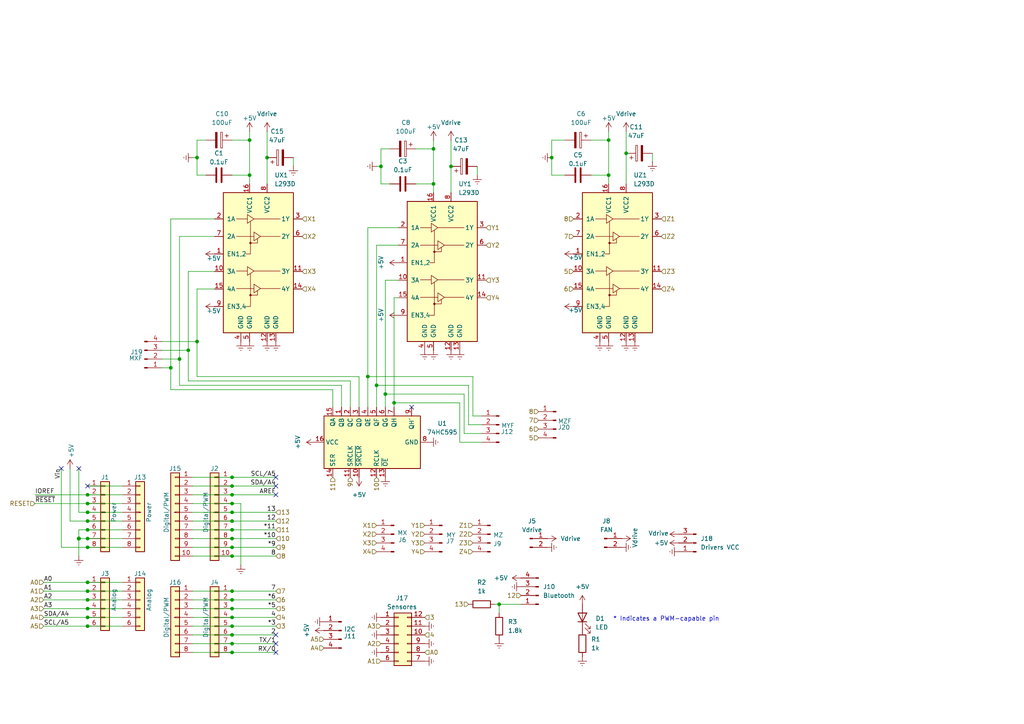
<source format=kicad_sch>
(kicad_sch (version 20250114) (generator "eeschema") (generator_version "9.0")
  (paper "A4")
  (title_block (date "mar. 31 mars 2015"))
  (lib_symbols
    (symbol "74xx:74HC595"
      (property "Reference" "U" (at -7.62 13.97 0))
      (property "Value" "74HC595" (at -7.62 -16.51 0))
      (symbol "74HC595_1_0"
        (pin input line (at -10.16 10.16 0) (length 2.54) (name "SER") (number "14"))
        (pin input line (at -10.16 5.08 0) (length 2.54) (name "SRCLK") (number "11"))
        (pin input line (at -10.16 2.54 0) (length 2.54) (name "~{SRCLR}") (number "10"))
        (pin input line (at -10.16 -2.54 0) (length 2.54) (name "RCLK") (number "12"))
        (pin input line (at -10.16 -5.08 0) (length 2.54) (name "~{OE}") (number "13"))
        (pin power_in line (at 0 15.24 270) (length 2.54) (name "VCC") (number "16"))
        (pin power_in line (at 0 -17.78 90) (length 2.54) (name "GND") (number "8"))
        (pin tri_state line (at 10.16 10.16 180) (length 2.54) (name "QA") (number "15"))
        (pin tri_state line (at 10.16 7.62 180) (length 2.54) (name "QB") (number "1"))
        (pin tri_state line (at 10.16 5.08 180) (length 2.54) (name "QC") (number "2"))
        (pin tri_state line (at 10.16 2.54 180) (length 2.54) (name "QD") (number "3"))
        (pin tri_state line (at 10.16 0 180) (length 2.54) (name "QE") (number "4"))
        (pin tri_state line (at 10.16 -2.54 180) (length 2.54) (name "QF") (number "5"))
        (pin tri_state line (at 10.16 -5.08 180) (length 2.54) (name "QG") (number "6"))
        (pin tri_state line (at 10.16 -7.62 180) (length 2.54) (name "QH") (number "7"))
        (pin output line (at 10.16 -12.7 180) (length 2.54) (name "QH'") (number "9"))
      )
    )
    (symbol "Connector:Conn_01x02_Pin" (pin_names (offset 1.016) (hide yes))
      (property "Reference" "J" (at 0 2.54 0))
      (property "Value" "Conn_01x02_Pin" (at 0 -5.08 0))
      (symbol "Conn_01x02_Pin_1_1"
        (pin passive line (at 5.08 0 180) (length 3.81) (name "Pin_1") (number "1"))
        (pin passive line (at 5.08 -2.54 180) (length 3.81) (name "Pin_2") (number "2"))
      )
    )
    (symbol "Connector:Conn_01x03_Pin" (pin_names (offset 1.016) (hide yes))
      (property "Reference" "J" (at 0 5.08 0))
      (property "Value" "Conn_01x03_Pin" (at 0 -5.08 0))
      (symbol "Conn_01x03_Pin_1_1"
        (pin passive line (at 5.08 2.54 180) (length 3.81) (name "Pin_1") (number "1"))
        (pin passive line (at 5.08 0 180) (length 3.81) (name "Pin_2") (number "2"))
        (pin passive line (at 5.08 -2.54 180) (length 3.81) (name "Pin_3") (number "3"))
      )
    )
    (symbol "Connector:Conn_01x04_Pin" (pin_names (offset 1.016) (hide yes))
      (property "Reference" "J" (at 0 5.08 0))
      (property "Value" "Conn_01x04_Pin" (at 0 -7.62 0))
      (symbol "Conn_01x04_Pin_1_1"
        (pin passive line (at 5.08 2.54 180) (length 3.81) (name "Pin_1") (number "1"))
        (pin passive line (at 5.08 0 180) (length 3.81) (name "Pin_2") (number "2"))
        (pin passive line (at 5.08 -2.54 180) (length 3.81) (name "Pin_3") (number "3"))
        (pin passive line (at 5.08 -5.08 180) (length 3.81) (name "Pin_4") (number "4"))
      )
    )
    (symbol "Connector_Generic:Conn_01x06" (pin_names (offset 1.016) (hide yes))
      (property "Reference" "J" (at 0 7.62 0))
      (property "Value" "Conn_01x06" (at 0 -10.16 0))
      (symbol "Conn_01x06_1_1"
        (pin passive line (at -5.08 5.08 0) (length 3.81) (name "Pin_1") (number "1"))
        (pin passive line (at -5.08 2.54 0) (length 3.81) (name "Pin_2") (number "2"))
        (pin passive line (at -5.08 0 0) (length 3.81) (name "Pin_3") (number "3"))
        (pin passive line (at -5.08 -2.54 0) (length 3.81) (name "Pin_4") (number "4"))
        (pin passive line (at -5.08 -5.08 0) (length 3.81) (name "Pin_5") (number "5"))
        (pin passive line (at -5.08 -7.62 0) (length 3.81) (name "Pin_6") (number "6"))
      )
    )
    (symbol "Connector_Generic:Conn_01x08" (pin_names (offset 1.016) (hide yes))
      (property "Reference" "J" (at 0 10.16 0))
      (property "Value" "Conn_01x08" (at 0 -12.7 0))
      (symbol "Conn_01x08_1_1"
        (pin passive line (at -5.08 7.62 0) (length 3.81) (name "Pin_1") (number "1"))
        (pin passive line (at -5.08 5.08 0) (length 3.81) (name "Pin_2") (number "2"))
        (pin passive line (at -5.08 2.54 0) (length 3.81) (name "Pin_3") (number "3"))
        (pin passive line (at -5.08 0 0) (length 3.81) (name "Pin_4") (number "4"))
        (pin passive line (at -5.08 -2.54 0) (length 3.81) (name "Pin_5") (number "5"))
        (pin passive line (at -5.08 -5.08 0) (length 3.81) (name "Pin_6") (number "6"))
        (pin passive line (at -5.08 -7.62 0) (length 3.81) (name "Pin_7") (number "7"))
        (pin passive line (at -5.08 -10.16 0) (length 3.81) (name "Pin_8") (number "8"))
      )
    )
    (symbol "Connector_Generic:Conn_01x10" (pin_names (offset 1.016) (hide yes))
      (property "Reference" "J" (at 0 12.7 0))
      (property "Value" "Conn_01x10" (at 0 -15.24 0))
      (symbol "Conn_01x10_1_1"
        (pin passive line (at -5.08 10.16 0) (length 3.81) (name "Pin_1") (number "1"))
        (pin passive line (at -5.08 7.62 0) (length 3.81) (name "Pin_2") (number "2"))
        (pin passive line (at -5.08 5.08 0) (length 3.81) (name "Pin_3") (number "3"))
        (pin passive line (at -5.08 2.54 0) (length 3.81) (name "Pin_4") (number "4"))
        (pin passive line (at -5.08 0 0) (length 3.81) (name "Pin_5") (number "5"))
        (pin passive line (at -5.08 -2.54 0) (length 3.81) (name "Pin_6") (number "6"))
        (pin passive line (at -5.08 -5.08 0) (length 3.81) (name "Pin_7") (number "7"))
        (pin passive line (at -5.08 -7.62 0) (length 3.81) (name "Pin_8") (number "8"))
        (pin passive line (at -5.08 -10.16 0) (length 3.81) (name "Pin_9") (number "9"))
        (pin passive line (at -5.08 -12.7 0) (length 3.81) (name "Pin_10") (number "10"))
      )
    )
    (symbol "Connector_Generic:Conn_02x06_Counter_Clockwise" (pin_names (offset 1.016) (hide yes))
      (property "Reference" "J" (at 1.27 7.62 0))
      (property "Value" "Conn_02x06_Counter_Clockwise" (at 1.27 -10.16 0))
      (symbol "Conn_02x06_Counter_Clockwise_1_1"
        (pin passive line (at -5.08 5.08 0) (length 3.81) (name "Pin_1") (number "1"))
        (pin passive line (at -5.08 2.54 0) (length 3.81) (name "Pin_2") (number "2"))
        (pin passive line (at -5.08 0 0) (length 3.81) (name "Pin_3") (number "3"))
        (pin passive line (at -5.08 -2.54 0) (length 3.81) (name "Pin_4") (number "4"))
        (pin passive line (at -5.08 -5.08 0) (length 3.81) (name "Pin_5") (number "5"))
        (pin passive line (at -5.08 -7.62 0) (length 3.81) (name "Pin_6") (number "6"))
        (pin passive line (at 7.62 5.08 180) (length 3.81) (name "Pin_12") (number "12"))
        (pin passive line (at 7.62 2.54 180) (length 3.81) (name "Pin_11") (number "11"))
        (pin passive line (at 7.62 0 180) (length 3.81) (name "Pin_10") (number "10"))
        (pin passive line (at 7.62 -2.54 180) (length 3.81) (name "Pin_9") (number "9"))
        (pin passive line (at 7.62 -5.08 180) (length 3.81) (name "Pin_8") (number "8"))
        (pin passive line (at 7.62 -7.62 180) (length 3.81) (name "Pin_7") (number "7"))
      )
    )
    (symbol "Device:C" (pin_numbers (hide yes)) (pin_names (offset 0.254))
      (property "Reference" "C" (at 0.635 2.54 0))
      (property "Value" "C" (at 0.635 -2.54 0))
      (symbol "C_1_1"
        (pin passive line (at 0 3.81 270) (length 2.794) (name "~") (number "1"))
        (pin passive line (at 0 -3.81 90) (length 2.794) (name "~") (number "2"))
      )
    )
    (symbol "Device:C_Polarized" (pin_numbers (hide yes)) (pin_names (offset 0.254))
      (property "Reference" "C" (at 0.635 2.54 0))
      (property "Value" "C_Polarized" (at 0.635 -2.54 0))
      (symbol "C_Polarized_1_1"
        (pin passive line (at 0 3.81 270) (length 2.794) (name "~") (number "1"))
        (pin passive line (at 0 -3.81 90) (length 2.794) (name "~") (number "2"))
      )
    )
    (symbol "Device:LED" (pin_numbers (hide yes)) (pin_names (offset 1.016) (hide yes))
      (property "Reference" "D" (at 0 2.54 0))
      (property "Value" "LED" (at 0 -2.54 0))
      (symbol "LED_1_1"
        (pin passive line (at -3.81 0 0) (length 2.54) (name "K") (number "1"))
        (pin passive line (at 3.81 0 180) (length 2.54) (name "A") (number "2"))
      )
    )
    (symbol "Device:R" (pin_numbers (hide yes)) (pin_names (offset 0))
      (property "Reference" "R" (at 2.032 0 90))
      (property "Value" "R" (at 0 0 90))
      (symbol "R_1_1"
        (pin passive line (at 0 3.81 270) (length 1.27) (name "~") (number "1"))
        (pin passive line (at 0 -3.81 90) (length 1.27) (name "~") (number "2"))
      )
    )
    (symbol "Driver_Motor:L293D" (pin_names (offset 1.016))
      (property "Reference" "U" (at -5.08 26.035 0))
      (property "Value" "L293D" (at -5.08 24.13 0))
      (symbol "L293D_1_1"
        (pin input line (at -12.7 15.24 0) (length 2.54) (name "1A") (number "2"))
        (pin input line (at -12.7 10.16 0) (length 2.54) (name "2A") (number "7"))
        (pin input line (at -12.7 5.08 0) (length 2.54) (name "EN1,2") (number "1"))
        (pin input line (at -12.7 0 0) (length 2.54) (name "3A") (number "10"))
        (pin input line (at -12.7 -5.08 0) (length 2.54) (name "4A") (number "15"))
        (pin input line (at -12.7 -10.16 0) (length 2.54) (name "EN3,4") (number "9"))
        (pin power_in line (at -5.08 -20.32 90) (length 2.54) (name "GND") (number "4"))
        (pin power_in line (at -2.54 25.4 270) (length 2.54) (name "VCC1") (number "16"))
        (pin power_in line (at -2.54 -20.32 90) (length 2.54) (name "GND") (number "5"))
        (pin power_in line (at 2.54 25.4 270) (length 2.54) (name "VCC2") (number "8"))
        (pin power_in line (at 2.54 -20.32 90) (length 2.54) (name "GND") (number "12"))
        (pin power_in line (at 5.08 -20.32 90) (length 2.54) (name "GND") (number "13"))
        (pin output line (at 12.7 15.24 180) (length 2.54) (name "1Y") (number "3"))
        (pin output line (at 12.7 10.16 180) (length 2.54) (name "2Y") (number "6"))
        (pin output line (at 12.7 0 180) (length 2.54) (name "3Y") (number "11"))
        (pin output line (at 12.7 -5.08 180) (length 2.54) (name "4Y") (number "14"))
      )
    )
    (symbol "power:+5V" (power) (pin_numbers (hide yes)) (pin_names (offset 0) (hide yes))
      (property "Value" "+5V" (at 0 3.556 0))
      (symbol "+5V_1_1"
        (pin power_in line (at 0 0 90) (length 0) (name "~") (number "1"))
      )
    )
    (symbol "power:Earth" (power) (pin_numbers (hide yes)) (pin_names (offset 0) (hide yes))
      (property "Value" "Earth" (at 0 -3.81 0))
      (symbol "Earth_1_1"
        (pin power_in line (at 0 0 270) (length 0) (name "~") (number "1"))
      )
    )
    (symbol "power:Vdrive" (power) (pin_numbers (hide yes)) (pin_names (offset 0) (hide yes))
      (property "Value" "Vdrive" (at 0 3.556 0))
      (symbol "Vdrive_1_1"
        (pin power_in line (at 0 0 90) (length 0) (name "~") (number "1"))
      )
    )
  )
  (text "* Indicates a PWM-capable pin" (at 177.8 180.34 0) (effects (font (size 1.27 1.27)) (justify left bottom)))
  (junction (at 67.31 146.05))
  (junction (at 125.73 53.34))
  (junction (at 25.4 148.59))
  (junction (at 67.31 156.21))
  (junction (at 25.4 156.21))
  (junction (at 25.4 176.53))
  (junction (at 67.31 171.45))
  (junction (at 72.39 40.64))
  (junction (at 160.02 45.72))
  (junction (at 67.31 153.67))
  (junction (at 25.4 143.51))
  (junction (at 57.15 99.06))
  (junction (at 25.4 179.07))
  (junction (at 67.31 176.53))
  (junction (at 181.61 44.45))
  (junction (at 25.4 168.91))
  (junction (at 22.86 156.21) (diameter 1.016))
  (junction (at 25.4 158.75))
  (junction (at 67.31 189.23))
  (junction (at 130.81 48.26))
  (junction (at 25.4 151.13))
  (junction (at 67.31 186.69))
  (junction (at 67.31 158.75))
  (junction (at 67.31 148.59))
  (junction (at 67.31 181.61))
  (junction (at 25.4 171.45))
  (junction (at 106.68 109.22))
  (junction (at 67.31 179.07))
  (junction (at 25.4 181.61))
  (junction (at 72.39 50.8))
  (junction (at 144.78 175.26))
  (junction (at 176.53 40.64))
  (junction (at 67.31 151.13))
  (junction (at 176.53 50.8))
  (junction (at 67.31 140.97))
  (junction (at 49.53 106.68))
  (junction (at 111.76 114.3))
  (junction (at 110.49 48.26))
  (junction (at 125.73 43.18))
  (junction (at 25.4 173.99))
  (junction (at 67.31 143.51))
  (junction (at 109.22 111.76))
  (junction (at 57.15 45.72))
  (junction (at 77.47 45.72))
  (junction (at 114.3 116.84))
  (junction (at 67.31 138.43))
  (junction (at 25.4 146.05))
  (junction (at 52.07 104.14))
  (junction (at 54.61 101.6))
  (junction (at 67.31 184.15))
  (junction (at 67.31 161.29))
  (junction (at 25.4 153.67))
  (junction (at 67.31 173.99))
  (no_connect (at 17.78 135.89))
  (no_connect (at 80.01 138.43))
  (no_connect (at 80.01 189.23))
  (no_connect (at 80.01 186.69))
  (no_connect (at 80.01 143.51))
  (no_connect (at 80.01 184.15))
  (no_connect (at 80.01 140.97))
  (no_connect (at 119.38 118.11))
  (no_connect (at 22.86 135.89))
  (no_connect (at 25.4 140.97))
  (wire (pts (xy 25.4 153.67) (xy 35.56 153.67)))
  (wire (pts (xy 67.31 189.23) (xy 80.01 189.23)))
  (wire (pts (xy 109.22 111.76) (xy 135.89 111.76)))
  (wire (pts (xy 57.15 99.06) (xy 57.15 83.82)))
  (wire (pts (xy 67.31 156.21) (xy 80.01 156.21)))
  (wire (pts (xy 114.3 116.84) (xy 114.3 86.36)))
  (wire (pts (xy 181.61 38.1) (xy 181.61 44.45)))
  (wire (pts (xy 55.88 158.75) (xy 67.31 158.75)))
  (wire (pts (xy 133.35 128.27) (xy 133.35 116.84)))
  (wire (pts (xy 125.73 53.34) (xy 120.65 53.34)))
  (wire (pts (xy 67.31 138.43) (xy 80.01 138.43)))
  (wire (pts (xy 72.39 50.8) (xy 72.39 53.34)))
  (wire (pts (xy 54.61 110.49) (xy 101.6 110.49)))
  (wire (pts (xy 110.49 48.26) (xy 110.49 53.34)))
  (wire (pts (xy 111.76 114.3) (xy 111.76 81.28)))
  (wire (pts (xy 54.61 78.74) (xy 62.23 78.74)))
  (wire (pts (xy 25.4 181.61) (xy 35.56 181.61)))
  (wire (pts (xy 72.39 40.64) (xy 72.39 50.8)))
  (wire (pts (xy 22.86 153.67) (xy 22.86 156.21)))
  (wire (pts (xy 57.15 83.82) (xy 62.23 83.82)))
  (wire (pts (xy 25.4 151.13) (xy 35.56 151.13)))
  (wire (pts (xy 25.4 171.45) (xy 35.56 171.45)))
  (wire (pts (xy 12.7 181.61) (xy 25.4 181.61)))
  (wire (pts (xy 25.4 173.99) (xy 35.56 173.99)))
  (wire (pts (xy 77.47 45.72) (xy 77.47 53.34)))
  (wire (pts (xy 55.88 184.15) (xy 67.31 184.15)))
  (wire (pts (xy 67.31 40.64) (xy 72.39 40.64)))
  (wire (pts (xy 137.16 109.22) (xy 106.68 109.22)))
  (wire (pts (xy 99.06 118.11) (xy 99.06 111.76)))
  (wire (pts (xy 22.86 156.21) (xy 22.86 161.29)))
  (wire (pts (xy 176.53 50.8) (xy 171.45 50.8)))
  (wire (pts (xy 22.86 148.59) (xy 25.4 148.59)))
  (wire (pts (xy 101.6 118.11) (xy 101.6 110.49)))
  (wire (pts (xy 20.32 151.13) (xy 25.4 151.13)))
  (wire (pts (xy 137.16 120.65) (xy 137.16 109.22)))
  (wire (pts (xy 160.02 40.64) (xy 160.02 45.72)))
  (wire (pts (xy 20.32 135.89) (xy 20.32 151.13)))
  (wire (pts (xy 163.83 40.64) (xy 160.02 40.64)))
  (wire (pts (xy 52.07 104.14) (xy 52.07 68.58)))
  (wire (pts (xy 49.53 63.5) (xy 62.23 63.5)))
  (wire (pts (xy 67.31 148.59) (xy 80.01 148.59)))
  (wire (pts (xy 176.53 38.1) (xy 176.53 40.64)))
  (wire (pts (xy 49.53 113.03) (xy 96.52 113.03)))
  (wire (pts (xy 55.88 181.61) (xy 67.31 181.61)))
  (wire (pts (xy 22.86 135.89) (xy 22.86 148.59)))
  (wire (pts (xy 67.31 171.45) (xy 80.01 171.45)))
  (wire (pts (xy 77.47 38.1) (xy 77.47 45.72)))
  (wire (pts (xy 25.4 168.91) (xy 12.7 168.91)))
  (wire (pts (xy 25.4 158.75) (xy 35.56 158.75)))
  (wire (pts (xy 67.31 151.13) (xy 80.01 151.13)))
  (wire (pts (xy 67.31 173.99) (xy 80.01 173.99)))
  (wire (pts (xy 25.4 179.07) (xy 35.56 179.07)))
  (wire (pts (xy 55.88 156.21) (xy 67.31 156.21)))
  (wire (pts (xy 114.3 86.36) (xy 115.57 86.36)))
  (wire (pts (xy 25.4 148.59) (xy 35.56 148.59)))
  (wire (pts (xy 46.99 104.14) (xy 52.07 104.14)))
  (wire (pts (xy 54.61 101.6) (xy 54.61 78.74)))
  (wire (pts (xy 139.7 128.27) (xy 133.35 128.27)))
  (wire (pts (xy 139.7 125.73) (xy 134.62 125.73)))
  (wire (pts (xy 57.15 50.8) (xy 59.69 50.8)))
  (wire (pts (xy 55.88 143.51) (xy 67.31 143.51)))
  (wire (pts (xy 55.88 189.23) (xy 67.31 189.23)))
  (wire (pts (xy 67.31 158.75) (xy 80.01 158.75)))
  (wire (pts (xy 52.07 111.76) (xy 99.06 111.76)))
  (wire (pts (xy 139.7 123.19) (xy 135.89 123.19)))
  (wire (pts (xy 134.62 125.73) (xy 134.62 114.3)))
  (wire (pts (xy 111.76 118.11) (xy 111.76 114.3)))
  (wire (pts (xy 176.53 40.64) (xy 176.53 50.8)))
  (wire (pts (xy 67.31 179.07) (xy 80.01 179.07)))
  (wire (pts (xy 104.14 118.11) (xy 104.14 109.22)))
  (wire (pts (xy 25.4 146.05) (xy 35.56 146.05)))
  (wire (pts (xy 54.61 110.49) (xy 54.61 101.6)))
  (wire (pts (xy 49.53 106.68) (xy 49.53 63.5)))
  (wire (pts (xy 25.4 168.91) (xy 35.56 168.91)))
  (wire (pts (xy 125.73 40.64) (xy 125.73 43.18)))
  (wire (pts (xy 10.16 143.51) (xy 25.4 143.51)))
  (wire (pts (xy 96.52 113.03) (xy 96.52 118.11)))
  (wire (pts (xy 46.99 101.6) (xy 54.61 101.6)))
  (wire (pts (xy 52.07 111.76) (xy 52.07 104.14)))
  (wire (pts (xy 55.88 179.07) (xy 67.31 179.07)))
  (wire (pts (xy 171.45 40.64) (xy 176.53 40.64)))
  (wire (pts (xy 160.02 50.8) (xy 163.83 50.8)))
  (wire (pts (xy 69.85 146.05) (xy 69.85 163.83)))
  (wire (pts (xy 67.31 143.51) (xy 80.01 143.51)))
  (wire (pts (xy 57.15 45.72) (xy 57.15 50.8)))
  (wire (pts (xy 144.78 175.26) (xy 144.78 177.8)))
  (wire (pts (xy 114.3 118.11) (xy 114.3 116.84)))
  (wire (pts (xy 55.88 173.99) (xy 67.31 173.99)))
  (wire (pts (xy 144.78 175.26) (xy 151.13 175.26)))
  (wire (pts (xy 110.49 43.18) (xy 110.49 48.26)))
  (wire (pts (xy 25.4 173.99) (xy 12.7 173.99)))
  (wire (pts (xy 130.81 40.64) (xy 130.81 48.26)))
  (wire (pts (xy 10.16 146.05) (xy 25.4 146.05)))
  (wire (pts (xy 55.88 148.59) (xy 67.31 148.59)))
  (wire (pts (xy 109.22 71.12) (xy 115.57 71.12)))
  (wire (pts (xy 135.89 123.19) (xy 135.89 111.76)))
  (wire (pts (xy 55.88 151.13) (xy 67.31 151.13)))
  (wire (pts (xy 113.03 43.18) (xy 110.49 43.18)))
  (wire (pts (xy 25.4 156.21) (xy 22.86 156.21)))
  (wire (pts (xy 106.68 109.22) (xy 106.68 118.11)))
  (wire (pts (xy 25.4 156.21) (xy 35.56 156.21)))
  (wire (pts (xy 55.88 153.67) (xy 67.31 153.67)))
  (wire (pts (xy 25.4 158.75) (xy 17.78 158.75)))
  (wire (pts (xy 12.7 171.45) (xy 25.4 171.45)))
  (wire (pts (xy 55.88 140.97) (xy 67.31 140.97)))
  (wire (pts (xy 106.68 66.04) (xy 115.57 66.04)))
  (wire (pts (xy 110.49 53.34) (xy 113.03 53.34)))
  (wire (pts (xy 25.4 176.53) (xy 35.56 176.53)))
  (wire (pts (xy 57.15 109.22) (xy 104.14 109.22)))
  (wire (pts (xy 111.76 114.3) (xy 134.62 114.3)))
  (wire (pts (xy 59.69 40.64) (xy 57.15 40.64)))
  (wire (pts (xy 67.31 146.05) (xy 69.85 146.05)))
  (wire (pts (xy 52.07 68.58) (xy 62.23 68.58)))
  (wire (pts (xy 55.88 146.05) (xy 67.31 146.05)))
  (wire (pts (xy 25.4 153.67) (xy 22.86 153.67)))
  (wire (pts (xy 25.4 143.51) (xy 35.56 143.51)))
  (wire (pts (xy 55.88 176.53) (xy 67.31 176.53)))
  (wire (pts (xy 67.31 153.67) (xy 80.01 153.67)))
  (wire (pts (xy 67.31 176.53) (xy 80.01 176.53)))
  (wire (pts (xy 109.22 111.76) (xy 109.22 71.12)))
  (wire (pts (xy 181.61 44.45) (xy 181.61 53.34)))
  (wire (pts (xy 12.7 176.53) (xy 25.4 176.53)))
  (wire (pts (xy 57.15 109.22) (xy 57.15 99.06)))
  (wire (pts (xy 109.22 118.11) (xy 109.22 111.76)))
  (wire (pts (xy 189.23 46.99) (xy 189.23 44.45)))
  (wire (pts (xy 72.39 50.8) (xy 67.31 50.8)))
  (wire (pts (xy 125.73 43.18) (xy 125.73 53.34)))
  (wire (pts (xy 111.76 81.28) (xy 115.57 81.28)))
  (wire (pts (xy 55.88 45.72) (xy 57.15 45.72)))
  (wire (pts (xy 46.99 106.68) (xy 49.53 106.68)))
  (wire (pts (xy 125.73 53.34) (xy 125.73 55.88)))
  (wire (pts (xy 109.22 48.26) (xy 110.49 48.26)))
  (wire (pts (xy 143.51 175.26) (xy 144.78 175.26)))
  (wire (pts (xy 55.88 161.29) (xy 67.31 161.29)))
  (wire (pts (xy 139.7 120.65) (xy 137.16 120.65)))
  (wire (pts (xy 67.31 140.97) (xy 80.01 140.97)))
  (wire (pts (xy 55.88 138.43) (xy 67.31 138.43)))
  (wire (pts (xy 67.31 184.15) (xy 80.01 184.15)))
  (wire (pts (xy 55.88 186.69) (xy 67.31 186.69)))
  (wire (pts (xy 106.68 66.04) (xy 106.68 109.22)))
  (wire (pts (xy 85.09 48.26) (xy 85.09 45.72)))
  (wire (pts (xy 120.65 43.18) (xy 125.73 43.18)))
  (wire (pts (xy 67.31 181.61) (xy 80.01 181.61)))
  (wire (pts (xy 49.53 113.03) (xy 49.53 106.68)))
  (wire (pts (xy 72.39 38.1) (xy 72.39 40.64)))
  (wire (pts (xy 114.3 116.84) (xy 133.35 116.84)))
  (wire (pts (xy 130.81 48.26) (xy 130.81 55.88)))
  (wire (pts (xy 55.88 171.45) (xy 67.31 171.45)))
  (wire (pts (xy 160.02 45.72) (xy 160.02 50.8)))
  (wire (pts (xy 57.15 40.64) (xy 57.15 45.72)))
  (wire (pts (xy 67.31 186.69) (xy 80.01 186.69)))
  (wire (pts (xy 138.43 50.8) (xy 138.43 48.26)))
  (wire (pts (xy 17.78 158.75) (xy 17.78 135.89)))
  (wire (pts (xy 176.53 50.8) (xy 176.53 53.34)))
  (wire (pts (xy 25.4 179.07) (xy 12.7 179.07)))
  (wire (pts (xy 25.4 140.97) (xy 35.56 140.97)))
  (wire (pts (xy 67.31 161.29) (xy 80.01 161.29)))
  (wire (pts (xy 46.99 99.06) (xy 57.15 99.06)))
  (label "RX{slash}0" (at 80.01 189.23 180))
  (label "A2" (at 12.7 173.99 0))
  (label "4" (at 80.01 179.07 180))
  (label "2" (at 80.01 184.15 180))
  (label "A3" (at 12.7 176.53 0))
  (label "13" (at 80.01 148.59 180))
  (label "12" (at 80.01 151.13 180))
  (label "~{RESET}" (at 10.16 146.05 0))
  (label "*10" (at 80.01 156.21 180))
  (label "7" (at 80.01 171.45 180))
  (label "SDA{slash}A4" (at 80.01 140.97 180))
  (label "8" (at 80.01 161.29 180))
  (label "*11" (at 80.01 153.67 180))
  (label "*3" (at 80.01 181.61 180))
  (label "A1" (at 12.7 171.45 0))
  (label "TX{slash}1" (at 80.01 186.69 180))
  (label "A0" (at 12.7 168.91 0))
  (label "AREF" (at 80.01 143.51 180))
  (label "Vin" (at 17.78 135.89 270))
  (label "*6" (at 80.01 173.99 180))
  (label "SCL{slash}A5" (at 80.01 138.43 180))
  (label "*9" (at 80.01 158.75 180))
  (label "*5" (at 80.01 176.53 180))
  (label "IOREF" (at 10.16 143.51 0))
  (label "SDA{slash}A4" (at 12.7 179.07 0))
  (label "SCL{slash}A5" (at 12.7 181.61 0))
  (hierarchical_label "X2" (shape input) (at 87.63 68.58 0))
  (hierarchical_label "Z4" (shape input) (at 191.77 83.82 0))
  (hierarchical_label "10" (shape input) (at 109.22 138.43 270))
  (hierarchical_label "5" (shape input) (at 156.21 127 180))
  (hierarchical_label "X2" (shape input) (at 109.22 154.94 180))
  (hierarchical_label "11" (shape input) (at 96.52 138.43 270))
  (hierarchical_label "Z1" (shape input) (at 191.77 63.5 0))
  (hierarchical_label "12" (shape input) (at 151.13 172.72 180))
  (hierarchical_label "A4" (shape input) (at 12.7 179.07 180))
  (hierarchical_label "A1" (shape input) (at 110.49 191.77 180))
  (hierarchical_label "4" (shape input) (at 80.01 179.07 0))
  (hierarchical_label "8" (shape input) (at 80.01 161.29 0))
  (hierarchical_label "Y2" (shape input) (at 140.97 71.12 0))
  (hierarchical_label "X1" (shape input) (at 109.22 152.4 180))
  (hierarchical_label "6" (shape input) (at 80.01 173.99 0))
  (hierarchical_label "A2" (shape input) (at 12.7 173.99 180))
  (hierarchical_label "7" (shape input) (at 156.21 121.92 180))
  (hierarchical_label "X3" (shape input) (at 87.63 78.74 0))
  (hierarchical_label "13" (shape input) (at 135.89 175.26 180))
  (hierarchical_label "A3" (shape input) (at 110.49 181.61 180))
  (hierarchical_label "Y1" (shape input) (at 123.19 152.4 180))
  (hierarchical_label "Z1" (shape input) (at 137.16 152.4 180))
  (hierarchical_label "Z3" (shape input) (at 191.77 78.74 0))
  (hierarchical_label "4" (shape input) (at 123.19 184.15 0))
  (hierarchical_label "X1" (shape input) (at 87.63 63.5 0))
  (hierarchical_label "A3" (shape input) (at 12.7 176.53 180))
  (hierarchical_label "A4" (shape input) (at 93.98 187.96 180))
  (hierarchical_label "Y2" (shape input) (at 123.19 154.94 180))
  (hierarchical_label "3" (shape input) (at 123.19 179.07 0))
  (hierarchical_label "Y1" (shape input) (at 140.97 66.04 0))
  (hierarchical_label "8" (shape input) (at 166.37 63.5 180))
  (hierarchical_label "X4" (shape input) (at 109.22 160.02 180))
  (hierarchical_label "X3" (shape input) (at 109.22 157.48 180))
  (hierarchical_label "9" (shape input) (at 101.6 138.43 270))
  (hierarchical_label "A2" (shape input) (at 110.49 186.69 180))
  (hierarchical_label "Y3" (shape input) (at 123.19 157.48 180))
  (hierarchical_label "Y4" (shape input) (at 123.19 160.02 180))
  (hierarchical_label "X4" (shape input) (at 87.63 83.82 0))
  (hierarchical_label "Z4" (shape input) (at 137.16 160.02 180))
  (hierarchical_label "Y4" (shape input) (at 140.97 86.36 0))
  (hierarchical_label "12" (shape input) (at 80.01 151.13 0))
  (hierarchical_label "Y3" (shape input) (at 140.97 81.28 0))
  (hierarchical_label "A0" (shape input) (at 123.19 189.23 0))
  (hierarchical_label "Z2" (shape input) (at 191.77 68.58 0))
  (hierarchical_label "3" (shape input) (at 80.01 181.61 0))
  (hierarchical_label "Z3" (shape input) (at 137.16 157.48 180))
  (hierarchical_label "RESET" (shape input) (at 10.16 146.05 180))
  (hierarchical_label "7" (shape input) (at 166.37 68.58 180))
  (hierarchical_label "5" (shape input) (at 80.01 176.53 0))
  (hierarchical_label "6" (shape input) (at 156.21 124.46 180))
  (hierarchical_label "13" (shape input) (at 80.01 148.59 0))
  (hierarchical_label "8" (shape input) (at 156.21 119.38 180))
  (hierarchical_label "A5" (shape input) (at 93.98 185.42 180))
  (hierarchical_label "11" (shape input) (at 80.01 153.67 0))
  (hierarchical_label "Z2" (shape input) (at 137.16 154.94 180))
  (hierarchical_label "6" (shape input) (at 166.37 83.82 180))
  (hierarchical_label "10" (shape input) (at 80.01 156.21 0))
  (hierarchical_label "A1" (shape input) (at 12.7 171.45 180))
  (hierarchical_label "5" (shape input) (at 166.37 78.74 180))
  (hierarchical_label "7" (shape input) (at 80.01 171.45 0))
  (hierarchical_label "A0" (shape input) (at 12.7 168.91 180))
  (hierarchical_label "9" (shape input) (at 80.01 158.75 0))
  (hierarchical_label "A5" (shape input) (at 12.7 181.61 180))
  (symbol (lib_id "Connector_Generic:Conn_01x08") (at 30.48 148.59 0) (unit 1)
    (property "Reference" "J1" (at 30.48 138.43 0))
    (property "Value" "Power" (at 33.02 148.59 90))
    (property "Footprint" "Connector_PinSocket_2.54mm:PinSocket_1x08_P2.54mm_Vertical" (effects (hide yes)))
    (property "Datasheet" "~" (at 30.48 148.59 0))
    (property "Description" "Generic connector, single row, 01x08, script generated (kicad-library-utils/schlib/autogen/connector/)" (effects (hide yes)))
  )
  (symbol (lib_id "power:+5V") (at 20.32 135.89 0) (unit 1)
    (property "Reference" "#PWR02" (effects (hide yes)))
    (property "Value" "+5V" (at 20.6756 132.842 90) (effects (justify left)))
    (property "Description" "Power symbol creates a global label with name \"+5V\"" (effects (hide yes)))
  )
  (symbol (lib_id "Connector_Generic:Conn_01x10") (at 62.23 148.59 0) (mirror y) (unit 1)
    (property "Reference" "J2" (at 62.23 135.89 0))
    (property "Value" "Digital/PWM" (at 59.69 148.59 90))
    (property "Footprint" "Connector_PinSocket_2.54mm:PinSocket_1x10_P2.54mm_Vertical" (effects (hide yes)))
    (property "Datasheet" "~" (at 62.23 148.59 0))
    (property "Description" "Generic connector, single row, 01x10, script generated (kicad-library-utils/schlib/autogen/connector/)" (effects (hide yes)))
  )
  (symbol (lib_id "Connector_Generic:Conn_01x06") (at 30.48 173.99 0) (unit 1)
    (property "Reference" "J3" (at 30.48 166.37 0))
    (property "Value" "Analog" (at 33.02 173.99 90))
    (property "Footprint" "Connector_PinSocket_2.54mm:PinSocket_1x06_P2.54mm_Vertical" (effects (hide yes)))
    (property "Description" "Generic connector, single row, 01x06, script generated (kicad-library-utils/schlib/autogen/connector/)" (effects (hide yes)))
  )
  (symbol (lib_id "Connector_Generic:Conn_01x08") (at 62.23 179.07 0) (mirror y) (unit 1)
    (property "Reference" "J4" (at 62.23 168.91 0))
    (property "Value" "Digital/PWM" (at 59.69 179.07 90))
    (property "Footprint" "Connector_PinSocket_2.54mm:PinSocket_1x08_P2.54mm_Vertical" (effects (hide yes)))
    (property "Datasheet" "~" (at 62.23 179.07 0))
    (property "Description" "Generic connector, single row, 01x08, script generated (kicad-library-utils/schlib/autogen/connector/)" (effects (hide yes)))
  )
  (symbol (lib_id "power:Earth") (at 93.98 180.34 270) (unit 1)
    (property "Reference" "#PWR0114" (effects (hide yes)))
    (property "Value" "Earth" (effects (hide yes)))
    (property "Description" "Power symbol creates a global label with name \"Earth\"" (effects (hide yes)))
  )
  (symbol (lib_id "Device:C_Polarized") (at 134.62 48.26 90) (unit 1)
    (property "Reference" "C13" (at 133.731 40.64 90))
    (property "Value" "47uF" (at 133.731 43.18 90))
    (property "Footprint" "Capacitor_THT:CP_Radial_D5.0mm_P2.50mm" (effects (hide yes)))
    (property "Description" "Polarized capacitor" (effects (hide yes)))
  )
  (symbol (lib_id "power:Earth") (at 110.49 184.15 270) (unit 1)
    (property "Reference" "#PWR0110" (effects (hide yes)))
    (property "Value" "Earth" (effects (hide yes)))
    (property "Description" "Power symbol creates a global label with name \"Earth\"" (effects (hide yes)))
  )
  (symbol (lib_id "power:Earth") (at 123.19 186.69 90) (unit 1)
    (property "Reference" "#PWR0108" (effects (hide yes)))
    (property "Value" "Earth" (effects (hide yes)))
    (property "Description" "Power symbol creates a global label with name \"Earth\"" (effects (hide yes)))
  )
  (symbol (lib_id "Device:C_Polarized") (at 185.42 44.45 90) (unit 1)
    (property "Reference" "C11" (at 184.531 36.83 90))
    (property "Value" "47uF" (at 184.531 39.37 90))
    (property "Footprint" "Capacitor_THT:CP_Radial_D5.0mm_P2.50mm" (effects (hide yes)))
    (property "Description" "Polarized capacitor" (effects (hide yes)))
  )
  (symbol (lib_id "power:Earth") (at 184.15 99.06 0) (unit 1)
    (property "Reference" "#PWR075" (effects (hide yes)))
    (property "Value" "Earth" (effects (hide yes)))
    (property "Description" "Power symbol creates a global label with name \"Earth\"" (effects (hide yes)))
  )
  (symbol (lib_id "power:Earth") (at 189.23 46.99 0) (unit 1)
    (property "Reference" "#PWR0103" (effects (hide yes)))
    (property "Value" "Earth" (effects (hide yes)))
    (property "Description" "Power symbol creates a global label with name \"Earth\"" (effects (hide yes)))
  )
  (symbol (lib_id "power:Earth") (at 77.47 99.06 0) (unit 1)
    (property "Reference" "#PWR092" (effects (hide yes)))
    (property "Value" "Earth" (effects (hide yes)))
    (property "Description" "Power symbol creates a global label with name \"Earth\"" (effects (hide yes)))
  )
  (symbol (lib_id "Device:C_Polarized") (at 116.84 43.18 270) (unit 1)
    (property "Reference" "C8" (at 117.729 35.56 90))
    (property "Value" "100uF" (at 117.729 38.1 90))
    (property "Footprint" "Capacitor_THT:CP_Radial_D5.0mm_P2.50mm" (effects (hide yes)))
    (property "Description" "Polarized capacitor" (effects (hide yes)))
  )
  (symbol (lib_id "Connector:Conn_01x04_Pin") (at 142.24 154.94 0) (mirror y) (unit 1)
    (property "Reference" "J9" (at 144.272 157.734 0))
    (property "Value" "MZ" (at 144.526 155.194 0))
    (property "Footprint" "Connector_PinHeader_2.54mm:PinHeader_1x04_P2.54mm_Vertical" (effects (hide yes)))
    (property "Description" "Generic connector, single row, 01x04, script generated" (effects (hide yes)))
  )
  (symbol (lib_id "power:Vdrive") (at 180.34 156.21 270) (unit 1)
    (property "Reference" "#PWR067" (effects (hide yes)))
    (property "Value" "Vdrive" (at 184.15 155.956 0))
    (property "Description" "Power symbol creates a global label with name \"Vdrive\"" (effects (hide yes)))
  )
  (symbol (lib_id "Driver_Motor:L293D") (at 74.93 78.74 0) (unit 1)
    (property "Reference" "UX1" (at 79.6133 50.8 0) (effects (justify left)))
    (property "Value" "L293D" (at 79.6133 53.34 0) (effects (justify left)))
    (property "Footprint" "Package_DIP:DIP-16_W7.62mm" (effects (hide yes)))
    (property "Datasheet" "http://www.ti.com/lit/ds/symlink/l293.pdf" (effects (hide yes)))
    (property "Description" "Quadruple Half-H Drivers" (effects (hide yes)))
  )
  (symbol (lib_id "power:+5V") (at 176.53 38.1 0) (unit 1)
    (property "Reference" "#PWR051" (effects (hide yes)))
    (property "Value" "+5V" (at 176.53 34.29 0))
    (property "Description" "Power symbol creates a global label with name \"+5V\"" (effects (hide yes)))
  )
  (symbol (lib_id "Device:C") (at 63.5 50.8 90) (unit 1)
    (property "Reference" "C1" (at 63.5 44.45 90))
    (property "Value" "0.1uF" (at 63.5 46.99 90))
    (property "Footprint" "Capacitor_THT:C_Disc_D4.3mm_W1.9mm_P5.00mm" (effects (hide yes)))
    (property "Description" "Unpolarized capacitor" (effects (hide yes)))
  )
  (symbol (lib_id "Connector_Generic:Conn_01x10") (at 50.8 148.59 0) (mirror y) (unit 1)
    (property "Reference" "J15" (at 50.8 135.89 0))
    (property "Value" "Digital/PWM" (at 48.26 148.59 90))
    (property "Footprint" "Connector_PinHeader_2.54mm:PinHeader_1x10_P2.54mm_Vertical" (effects (hide yes)))
    (property "Datasheet" "~" (at 50.8 148.59 0))
    (property "Description" "Generic connector, single row, 01x10, script generated (kicad-library-utils/schlib/autogen/connector/)" (effects (hide yes)))
  )
  (symbol (lib_id "Connector:Conn_01x04_Pin") (at 161.29 121.92 0) (mirror y) (unit 1)
    (property "Reference" "J20" (at 163.576 123.952 0))
    (property "Value" "MZF" (at 163.83 122.174 0))
    (property "Footprint" "Connector_PinHeader_2.54mm:PinHeader_1x04_P2.54mm_Vertical" (effects (hide yes)))
    (property "Description" "Generic connector, single row, 01x04, script generated" (effects (hide yes)))
  )
  (symbol (lib_id "power:Earth") (at 111.76 138.43 0) (unit 1)
    (property "Reference" "#PWR022" (effects (hide yes)))
    (property "Value" "Earth" (effects (hide yes)))
    (property "Description" "Power symbol creates a global label with name \"Earth\"" (effects (hide yes)))
  )
  (symbol (lib_id "power:+5V") (at 168.91 175.26 0) (unit 1)
    (property "Reference" "#PWR069" (effects (hide yes)))
    (property "Value" "+5V" (at 168.91 170.18 0))
    (property "Description" "Power symbol creates a global label with name \"+5V\"" (effects (hide yes)))
  )
  (symbol (lib_id "power:Vdrive") (at 196.85 154.94 90) (unit 1)
    (property "Reference" "#PWR039" (effects (hide yes)))
    (property "Value" "Vdrive" (at 191.008 154.686 90))
    (property "Description" "Power symbol creates a global label with name \"Vdrive\"" (effects (hide yes)))
  )
  (symbol (lib_id "Connector_Generic:Conn_02x06_Counter_Clockwise") (at 115.57 184.15 0) (unit 1)
    (property "Reference" "J17" (at 116.586 173.482 0))
    (property "Value" "Sensores" (at 116.586 176.022 0))
    (property "Footprint" "Connector_PinHeader_2.54mm:PinHeader_2x06_P2.54mm_Vertical" (effects (hide yes)))
    (property "Description" "Generic connector, double row, 02x06, counter clockwise pin numbering scheme (similar to DIP package numbering), script generated (kicad-library-utils/schlib/autogen/connector/)" (effects (hide yes)))
  )
  (symbol (lib_id "power:Earth") (at 85.09 48.26 0) (unit 1)
    (property "Reference" "#PWR095" (effects (hide yes)))
    (property "Value" "Earth" (effects (hide yes)))
    (property "Description" "Power symbol creates a global label with name \"Earth\"" (effects (hide yes)))
  )
  (symbol (lib_id "power:Earth") (at 160.02 45.72 270) (unit 1)
    (property "Reference" "#PWR0104" (effects (hide yes)))
    (property "Value" "Earth" (effects (hide yes)))
    (property "Description" "Power symbol creates a global label with name \"Earth\"" (effects (hide yes)))
  )
  (symbol (lib_id "power:Earth") (at 173.99 99.06 0) (unit 1)
    (property "Reference" "#PWR078" (effects (hide yes)))
    (property "Value" "Earth" (effects (hide yes)))
    (property "Description" "Power symbol creates a global label with name \"Earth\"" (effects (hide yes)))
  )
  (symbol (lib_id "power:Earth") (at 151.13 170.18 270) (unit 1)
    (property "Reference" "#PWR071" (effects (hide yes)))
    (property "Value" "Earth" (effects (hide yes)))
    (property "Description" "Power symbol creates a global label with name \"Earth\"" (effects (hide yes)))
  )
  (symbol (lib_id "Driver_Motor:L293D") (at 179.07 78.74 0) (unit 1)
    (property "Reference" "UZ1" (at 183.7533 50.8 0) (effects (justify left)))
    (property "Value" "L293D" (at 183.7533 53.34 0) (effects (justify left)))
    (property "Footprint" "Package_DIP:DIP-16_W7.62mm" (effects (hide yes)))
    (property "Datasheet" "http://www.ti.com/lit/ds/symlink/l293.pdf" (effects (hide yes)))
    (property "Description" "Quadruple Half-H Drivers" (effects (hide yes)))
  )
  (symbol (lib_id "power:Earth") (at 123.19 181.61 90) (unit 1)
    (property "Reference" "#PWR0107" (effects (hide yes)))
    (property "Value" "Earth" (effects (hide yes)))
    (property "Description" "Power symbol creates a global label with name \"Earth\"" (effects (hide yes)))
  )
  (symbol (lib_id "power:Earth") (at 110.49 189.23 270) (unit 1)
    (property "Reference" "#PWR0111" (effects (hide yes)))
    (property "Value" "Earth" (effects (hide yes)))
    (property "Description" "Power symbol creates a global label with name \"Earth\"" (effects (hide yes)))
  )
  (symbol (lib_id "power:Earth") (at 123.19 101.6 0) (unit 1)
    (property "Reference" "#PWR086" (effects (hide yes)))
    (property "Value" "Earth" (effects (hide yes)))
    (property "Description" "Power symbol creates a global label with name \"Earth\"" (effects (hide yes)))
  )
  (symbol (lib_id "power:Earth") (at 158.75 158.75 90) (unit 1)
    (property "Reference" "#PWR0106" (effects (hide yes)))
    (property "Value" "Earth" (effects (hide yes)))
    (property "Description" "Power symbol creates a global label with name \"Earth\"" (effects (hide yes)))
  )
  (symbol (lib_id "power:Vdrive") (at 181.61 38.1 0) (unit 1)
    (property "Reference" "#PWR030" (effects (hide yes)))
    (property "Value" "Vdrive" (at 181.61 33.02 0))
    (property "Description" "Power symbol creates a global label with name \"Vdrive\"" (effects (hide yes)))
  )
  (symbol (lib_id "power:+5V") (at 166.37 88.9 90) (unit 1)
    (property "Reference" "#PWR028" (effects (hide yes)))
    (property "Value" "+5V" (at 166.878 89.916 90))
    (property "Description" "Power symbol creates a global label with name \"+5V\"" (effects (hide yes)))
  )
  (symbol (lib_id "power:+5V") (at 91.44 128.27 90) (unit 1)
    (property "Reference" "#PWR017" (effects (hide yes)))
    (property "Value" "+5V" (at 86.36 128.27 0))
    (property "Description" "Power symbol creates a global label with name \"+5V\"" (effects (hide yes)))
  )
  (symbol (lib_id "power:+5V") (at 196.85 157.48 90) (unit 1)
    (property "Reference" "#PWR029" (effects (hide yes)))
    (property "Value" "+5V" (at 191.77 157.48 90))
    (property "Description" "Power symbol creates a global label with name \"+5V\"" (effects (hide yes)))
  )
  (symbol (lib_id "Device:R") (at 144.78 181.61 180) (unit 1)
    (property "Reference" "R3" (at 147.32 180.3399 0) (effects (justify right)))
    (property "Value" "1.8k" (at 147.32 182.8799 0) (effects (justify right)))
    (property "Footprint" "Resistor_THT:R_Axial_DIN0207_L6.3mm_D2.5mm_P7.62mm_Horizontal" (effects (hide yes)))
    (property "Description" "Resistor" (effects (hide yes)))
  )
  (symbol (lib_id "Connector_Generic:Conn_01x08") (at 50.8 179.07 0) (mirror y) (unit 1)
    (property "Reference" "J16" (at 50.8 168.91 0))
    (property "Value" "Digital/PWM" (at 48.26 179.07 90))
    (property "Footprint" "Connector_PinHeader_2.54mm:PinHeader_1x08_P2.54mm_Vertical" (effects (hide yes)))
    (property "Datasheet" "~" (at 50.8 179.07 0))
    (property "Description" "Generic connector, single row, 01x08, script generated (kicad-library-utils/schlib/autogen/connector/)" (effects (hide yes)))
  )
  (symbol (lib_id "power:Earth") (at 55.88 45.72 270) (unit 1)
    (property "Reference" "#PWR096" (effects (hide yes)))
    (property "Value" "Earth" (effects (hide yes)))
    (property "Description" "Power symbol creates a global label with name \"Earth\"" (effects (hide yes)))
  )
  (symbol (lib_id "power:Earth") (at 80.01 99.06 0) (unit 1)
    (property "Reference" "#PWR091" (effects (hide yes)))
    (property "Value" "Earth" (effects (hide yes)))
    (property "Description" "Power symbol creates a global label with name \"Earth\"" (effects (hide yes)))
  )
  (symbol (lib_id "Device:C_Polarized") (at 167.64 40.64 270) (unit 1)
    (property "Reference" "C6" (at 168.529 33.02 90))
    (property "Value" "100uF" (at 168.529 35.56 90))
    (property "Footprint" "Capacitor_THT:CP_Radial_D5.0mm_P2.50mm" (effects (hide yes)))
    (property "Description" "Polarized capacitor" (effects (hide yes)))
  )
  (symbol (lib_id "power:+5V") (at 166.37 73.66 90) (unit 1)
    (property "Reference" "#PWR027" (effects (hide yes)))
    (property "Value" "+5V" (at 166.878 74.676 90))
    (property "Description" "Power symbol creates a global label with name \"+5V\"" (effects (hide yes)))
  )
  (symbol (lib_id "power:Earth") (at 109.22 48.26 270) (unit 1)
    (property "Reference" "#PWR099" (effects (hide yes)))
    (property "Value" "Earth" (effects (hide yes)))
    (property "Description" "Power symbol creates a global label with name \"Earth\"" (effects (hide yes)))
  )
  (symbol (lib_id "power:Vdrive") (at 158.75 156.21 270) (unit 1)
    (property "Reference" "#PWR061" (effects (hide yes)))
    (property "Value" "Vdrive" (at 162.56 156.2099 90) (effects (justify left)))
    (property "Description" "Power symbol creates a global label with name \"Vdrive\"" (effects (hide yes)))
  )
  (symbol (lib_id "power:Earth") (at 196.85 160.02 270) (unit 1)
    (property "Reference" "#PWR068" (effects (hide yes)))
    (property "Value" "Earth" (effects (hide yes)))
    (property "Description" "Power symbol creates a global label with name \"Earth\"" (effects (hide yes)))
  )
  (symbol (lib_id "power:Earth") (at 123.19 191.77 90) (unit 1)
    (property "Reference" "#PWR0112" (effects (hide yes)))
    (property "Value" "Earth" (effects (hide yes)))
    (property "Description" "Power symbol creates a global label with name \"Earth\"" (effects (hide yes)))
  )
  (symbol (lib_id "power:+5V") (at 72.39 38.1 0) (unit 1)
    (property "Reference" "#PWR056" (effects (hide yes)))
    (property "Value" "+5V" (at 72.39 34.29 0))
    (property "Description" "Power symbol creates a global label with name \"+5V\"" (effects (hide yes)))
  )
  (symbol (lib_id "power:+5V") (at 125.73 40.64 0) (unit 1)
    (property "Reference" "#PWR053" (effects (hide yes)))
    (property "Value" "+5V" (at 125.73 36.83 0))
    (property "Description" "Power symbol creates a global label with name \"+5V\"" (effects (hide yes)))
  )
  (symbol (lib_id "Connector_Generic:Conn_01x08") (at 40.64 148.59 0) (unit 1)
    (property "Reference" "J13" (at 40.64 138.43 0))
    (property "Value" "Power" (at 43.18 148.59 90))
    (property "Footprint" "Connector_PinHeader_2.54mm:PinHeader_1x08_P2.54mm_Vertical" (effects (hide yes)))
    (property "Datasheet" "~" (at 40.64 148.59 0))
    (property "Description" "Generic connector, single row, 01x08, script generated (kicad-library-utils/schlib/autogen/connector/)" (effects (hide yes)))
  )
  (symbol (lib_id "Device:C_Polarized") (at 81.28 45.72 90) (unit 1)
    (property "Reference" "C15" (at 80.391 38.1 90))
    (property "Value" "47uF" (at 80.391 40.64 90))
    (property "Footprint" "Capacitor_THT:CP_Radial_D5.0mm_P2.50mm" (effects (hide yes)))
    (property "Description" "Polarized capacitor" (effects (hide yes)))
  )
  (symbol (lib_id "Device:C") (at 116.84 53.34 90) (unit 1)
    (property "Reference" "C3" (at 116.84 46.736 90))
    (property "Value" "0.1uF" (at 116.84 49.276 90))
    (property "Footprint" "Capacitor_THT:C_Disc_D4.3mm_W1.9mm_P5.00mm" (effects (hide yes)))
    (property "Description" "Unpolarized capacitor" (effects (hide yes)))
  )
  (symbol (lib_id "power:Earth") (at 176.53 99.06 0) (unit 1)
    (property "Reference" "#PWR077" (effects (hide yes)))
    (property "Value" "Earth" (effects (hide yes)))
    (property "Description" "Power symbol creates a global label with name \"Earth\"" (effects (hide yes)))
  )
  (symbol (lib_id "Connector_Generic:Conn_01x06") (at 40.64 173.99 0) (unit 1)
    (property "Reference" "J14" (at 40.64 166.37 0))
    (property "Value" "Analog" (at 43.18 173.99 90))
    (property "Footprint" "Connector_PinHeader_2.54mm:PinHeader_1x06_P2.54mm_Vertical" (effects (hide yes)))
    (property "Description" "Generic connector, single row, 01x06, script generated (kicad-library-utils/schlib/autogen/connector/)" (effects (hide yes)))
  )
  (symbol (lib_id "power:+5V") (at 93.98 182.88 90) (unit 1)
    (property "Reference" "#PWR020" (effects (hide yes)))
    (property "Value" "+5V" (at 88.9 182.88 0))
    (property "Description" "Power symbol creates a global label with name \"+5V\"" (effects (hide yes)))
  )
  (symbol (lib_id "Device:LED") (at 168.91 179.07 90) (unit 1)
    (property "Reference" "D1" (at 172.72 179.3874 90) (effects (justify right)))
    (property "Value" "LED" (at 172.72 181.9274 90) (effects (justify right)))
    (property "Footprint" "LED_THT:LED_D5.0mm" (effects (hide yes)))
    (property "Description" "Light emitting diode" (effects (hide yes)))
    (property "Sim.Pins" "1=K 2=A" (effects (hide yes)))
  )
  (symbol (lib_id "power:Earth") (at 125.73 101.6 0) (unit 1)
    (property "Reference" "#PWR085" (effects (hide yes)))
    (property "Value" "Earth" (effects (hide yes)))
    (property "Description" "Power symbol creates a global label with name \"Earth\"" (effects (hide yes)))
  )
  (symbol (lib_id "power:Vdrive") (at 77.47 38.1 0) (unit 1)
    (property "Reference" "#PWR042" (effects (hide yes)))
    (property "Value" "Vdrive" (at 77.47 33.02 0))
    (property "Description" "Power symbol creates a global label with name \"Vdrive\"" (effects (hide yes)))
  )
  (symbol (lib_id "Connector:Conn_01x04_Pin") (at 99.06 182.88 0) (mirror y) (unit 1)
    (property "Reference" "J11" (at 101.473 184.531 0))
    (property "Value" "I2C" (at 101.473 182.499 0))
    (property "Footprint" "Connector_PinHeader_2.54mm:PinHeader_1x04_P2.54mm_Vertical" (effects (hide yes)))
    (property "Description" "Generic connector, single row, 01x04, script generated" (effects (hide yes)))
  )
  (symbol (lib_id "power:+5V") (at 151.13 167.64 90) (unit 1)
    (property "Reference" "#PWR072" (effects (hide yes)))
    (property "Value" "+5V" (at 147.32 167.6399 90) (effects (justify left)))
    (property "Description" "Power symbol creates a global label with name \"+5V\"" (effects (hide yes)))
  )
  (symbol (lib_id "Connector:Conn_01x04_Pin") (at 114.3 154.94 0) (mirror y) (unit 1)
    (property "Reference" "J6" (at 116.713 156.591 0))
    (property "Value" "MX" (at 116.713 154.559 0))
    (property "Footprint" "Connector_PinHeader_2.54mm:PinHeader_1x04_P2.54mm_Vertical" (effects (hide yes)))
    (property "Description" "Generic connector, single row, 01x04, script generated" (effects (hide yes)))
  )
  (symbol (lib_id "power:Vdrive") (at 130.81 40.64 0) (unit 1)
    (property "Reference" "#PWR019" (effects (hide yes)))
    (property "Value" "Vdrive" (at 130.81 35.56 0))
    (property "Description" "Power symbol creates a global label with name \"Vdrive\"" (effects (hide yes)))
  )
  (symbol (lib_id "power:+5V") (at 115.57 91.44 90) (unit 1)
    (property "Reference" "#PWR026" (effects (hide yes)))
    (property "Value" "+5V" (at 110.49 91.44 0))
    (property "Description" "Power symbol creates a global label with name \"+5V\"" (effects (hide yes)))
  )
  (symbol (lib_id "power:Earth") (at 69.85 99.06 0) (unit 1)
    (property "Reference" "#PWR094" (effects (hide yes)))
    (property "Value" "Earth" (effects (hide yes)))
    (property "Description" "Power symbol creates a global label with name \"Earth\"" (effects (hide yes)))
  )
  (symbol (lib_id "power:+5V") (at 62.23 88.9 90) (unit 1)
    (property "Reference" "#PWR048" (effects (hide yes)))
    (property "Value" "+5V" (at 61.976 90.17 90))
    (property "Description" "Power symbol creates a global label with name \"+5V\"" (effects (hide yes)))
  )
  (symbol (lib_id "power:Earth") (at 130.81 101.6 0) (unit 1)
    (property "Reference" "#PWR084" (effects (hide yes)))
    (property "Value" "Earth" (effects (hide yes)))
    (property "Description" "Power symbol creates a global label with name \"Earth\"" (effects (hide yes)))
  )
  (symbol (lib_id "power:Earth") (at 144.78 185.42 0) (unit 1)
    (property "Reference" "#PWR0113" (effects (hide yes)))
    (property "Value" "Earth" (effects (hide yes)))
    (property "Description" "Power symbol creates a global label with name \"Earth\"" (effects (hide yes)))
  )
  (symbol (lib_id "Connector:Conn_01x03_Pin") (at 201.93 157.48 180) (unit 1)
    (property "Reference" "J18" (at 203.2 156.2099 0) (effects (justify right)))
    (property "Value" "Drivers VCC" (at 203.2 158.7499 0) (effects (justify right)))
    (property "Footprint" "Connector:FanPinHeader_1x03_P2.54mm_Vertical" (effects (hide yes)))
    (property "Description" "Generic connector, single row, 01x03, script generated" (effects (hide yes)))
  )
  (symbol (lib_id "power:Earth") (at 181.61 99.06 0) (unit 1)
    (property "Reference" "#PWR076" (effects (hide yes)))
    (property "Value" "Earth" (effects (hide yes)))
    (property "Description" "Power symbol creates a global label with name \"Earth\"" (effects (hide yes)))
  )
  (symbol (lib_id "Connector:Conn_01x04_Pin") (at 41.91 104.14 0) (mirror x) (unit 1)
    (property "Reference" "J19" (at 39.624 102.108 0))
    (property "Value" "MXF" (at 39.37 103.886 0))
    (property "Footprint" "Connector_PinHeader_2.54mm:PinHeader_1x04_P2.54mm_Vertical" (effects (hide yes)))
    (property "Description" "Generic connector, single row, 01x04, script generated" (effects (hide yes)))
  )
  (symbol (lib_id "power:Earth") (at 22.86 161.29 0) (unit 1)
    (property "Reference" "#PWR074" (effects (hide yes)))
    (property "Value" "Earth" (effects (hide yes)))
    (property "Description" "Power symbol creates a global label with name \"Earth\"" (effects (hide yes)))
  )
  (symbol (lib_id "Device:C_Polarized") (at 63.5 40.64 270) (unit 1)
    (property "Reference" "C10" (at 64.389 33.02 90))
    (property "Value" "100uF" (at 64.389 35.56 90))
    (property "Footprint" "Capacitor_THT:CP_Radial_D5.0mm_P2.50mm" (effects (hide yes)))
    (property "Description" "Polarized capacitor" (effects (hide yes)))
  )
  (symbol (lib_id "power:Earth") (at 133.35 101.6 0) (unit 1)
    (property "Reference" "#PWR083" (effects (hide yes)))
    (property "Value" "Earth" (effects (hide yes)))
    (property "Description" "Power symbol creates a global label with name \"Earth\"" (effects (hide yes)))
  )
  (symbol (lib_id "power:Earth") (at 72.39 99.06 0) (unit 1)
    (property "Reference" "#PWR093" (effects (hide yes)))
    (property "Value" "Earth" (effects (hide yes)))
    (property "Description" "Power symbol creates a global label with name \"Earth\"" (effects (hide yes)))
  )
  (symbol (lib_id "Connector:Conn_01x04_Pin") (at 144.78 123.19 0) (mirror y) (unit 1)
    (property "Reference" "J12" (at 147.066 125.222 0))
    (property "Value" "MYF" (at 147.32 123.444 0))
    (property "Footprint" "Connector_PinHeader_2.54mm:PinHeader_1x04_P2.54mm_Vertical" (effects (hide yes)))
    (property "Description" "Generic connector, single row, 01x04, script generated" (effects (hide yes)))
  )
  (symbol (lib_id "Connector:Conn_01x02_Pin") (at 153.67 156.21 0) (unit 1)
    (property "Reference" "J5" (at 154.305 151.13 0))
    (property "Value" "Vdrive" (at 154.305 153.67 0))
    (property "Footprint" "TerminalBlock:TerminalBlock_bornier-2_P5.08mm" (effects (hide yes)))
    (property "Description" "Generic connector, single row, 01x02, script generated" (effects (hide yes)))
  )
  (symbol (lib_id "power:+5V") (at 104.14 138.43 180) (unit 1)
    (property "Reference" "#PWR021" (effects (hide yes)))
    (property "Value" "+5V" (at 104.14 143.51 0))
    (property "Description" "Power symbol creates a global label with name \"+5V\"" (effects (hide yes)))
  )
  (symbol (lib_id "Connector:Conn_01x04_Pin") (at 128.27 154.94 0) (mirror y) (unit 1)
    (property "Reference" "J7" (at 130.556 156.972 0))
    (property "Value" "MY" (at 130.81 155.194 0))
    (property "Footprint" "Connector_PinHeader_2.54mm:PinHeader_1x04_P2.54mm_Vertical" (effects (hide yes)))
    (property "Description" "Generic connector, single row, 01x04, script generated" (effects (hide yes)))
  )
  (symbol (lib_id "74xx:74HC595") (at 106.68 128.27 90) (unit 1)
    (property "Reference" "U1" (at 128.27 122.8246 90))
    (property "Value" "74HC595" (at 128.27 125.3646 90))
    (property "Footprint" "Package_DIP:DIP-16_W7.62mm" (effects (hide yes)))
    (property "Datasheet" "http://www.ti.com/lit/ds/symlink/sn74hc595.pdf" (effects (hide yes)))
    (property "Description" "8-bit serial in/out Shift Register 3-State Outputs" (effects (hide yes)))
  )
  (symbol (lib_id "Connector:Conn_01x04_Pin") (at 156.21 172.72 180) (unit 1)
    (property "Reference" "J10" (at 157.48 170.1799 0) (effects (justify right)))
    (property "Value" "Bluetooth" (at 157.48 172.7199 0) (effects (justify right)))
    (property "Footprint" "Connector_PinHeader_2.54mm:PinHeader_1x04_P2.54mm_Horizontal" (effects (hide yes)))
    (property "Description" "Generic connector, single row, 01x04, script generated" (effects (hide yes)))
  )
  (symbol (lib_id "power:+5V") (at 115.57 76.2 90) (unit 1)
    (property "Reference" "#PWR025" (effects (hide yes)))
    (property "Value" "+5V" (at 110.49 76.2 0))
    (property "Description" "Power symbol creates a global label with name \"+5V\"" (effects (hide yes)))
  )
  (symbol (lib_id "power:Earth") (at 69.85 163.83 0) (unit 1)
    (property "Reference" "#PWR073" (effects (hide yes)))
    (property "Value" "Earth" (effects (hide yes)))
    (property "Description" "Power symbol creates a global label with name \"Earth\"" (effects (hide yes)))
  )
  (symbol (lib_id "Driver_Motor:L293D") (at 128.27 81.28 0) (unit 1)
    (property "Reference" "UY1" (at 132.9533 53.34 0) (effects (justify left)))
    (property "Value" "L293D" (at 132.9533 55.88 0) (effects (justify left)))
    (property "Footprint" "Package_DIP:DIP-16_W7.62mm" (effects (hide yes)))
    (property "Datasheet" "http://www.ti.com/lit/ds/symlink/l293.pdf" (effects (hide yes)))
    (property "Description" "Quadruple Half-H Drivers" (effects (hide yes)))
  )
  (symbol (lib_id "Connector:Conn_01x02_Pin") (at 175.26 156.21 0) (unit 1)
    (property "Reference" "J8" (at 175.895 151.13 0))
    (property "Value" "FAN" (at 175.895 153.67 0))
    (property "Footprint" "Connector_PinHeader_2.54mm:PinHeader_1x02_P2.54mm_Vertical" (effects (hide yes)))
    (property "Description" "Generic connector, single row, 01x02, script generated" (effects (hide yes)))
  )
  (symbol (lib_id "Device:R") (at 139.7 175.26 90) (unit 1)
    (property "Reference" "R2" (at 139.7 168.91 90))
    (property "Value" "1k" (at 139.7 171.45 90))
    (property "Footprint" "Resistor_THT:R_Axial_DIN0207_L6.3mm_D2.5mm_P7.62mm_Horizontal" (effects (hide yes)))
    (property "Description" "Resistor" (effects (hide yes)))
  )
  (symbol (lib_id "power:Earth") (at 124.46 128.27 90) (unit 1)
    (property "Reference" "#PWR0105" (effects (hide yes)))
    (property "Value" "Earth" (effects (hide yes)))
    (property "Description" "Power symbol creates a global label with name \"Earth\"" (effects (hide yes)))
  )
  (symbol (lib_id "power:Earth") (at 168.91 190.5 0) (unit 1)
    (property "Reference" "#PWR070" (effects (hide yes)))
    (property "Value" "Earth" (effects (hide yes)))
    (property "Description" "Power symbol creates a global label with name \"Earth\"" (effects (hide yes)))
  )
  (symbol (lib_id "Device:R") (at 168.91 186.69 0) (unit 1)
    (property "Reference" "R1" (at 171.45 185.4199 0) (effects (justify left)))
    (property "Value" "1k" (at 171.45 187.9599 0) (effects (justify left)))
    (property "Footprint" "Resistor_THT:R_Axial_DIN0207_L6.3mm_D2.5mm_P7.62mm_Horizontal" (effects (hide yes)))
    (property "Description" "Resistor" (effects (hide yes)))
  )
  (symbol (lib_id "power:+5V") (at 62.23 73.66 90) (unit 1)
    (property "Reference" "#PWR047" (effects (hide yes)))
    (property "Value" "+5V" (at 61.976 74.93 90))
    (property "Description" "Power symbol creates a global label with name \"+5V\"" (effects (hide yes)))
  )
  (symbol (lib_id "Device:C") (at 167.64 50.8 90) (unit 1)
    (property "Reference" "C5" (at 167.64 44.958 90))
    (property "Value" "0.1uF" (at 167.64 47.498 90))
    (property "Footprint" "Capacitor_THT:C_Disc_D4.3mm_W1.9mm_P5.00mm" (effects (hide yes)))
    (property "Description" "Unpolarized capacitor" (effects (hide yes)))
  )
  (symbol (lib_id "power:Earth") (at 138.43 50.8 0) (unit 1)
    (property "Reference" "#PWR0101" (effects (hide yes)))
    (property "Value" "Earth" (effects (hide yes)))
    (property "Description" "Power symbol creates a global label with name \"Earth\"" (effects (hide yes)))
  )
  (symbol (lib_id "power:Earth") (at 180.34 158.75 90) (unit 1)
    (property "Reference" "#PWR066" (effects (hide yes)))
    (property "Value" "Earth" (effects (hide yes)))
    (property "Description" "Power symbol creates a global label with name \"Earth\"" (effects (hide yes)))
  )
  (symbol (lib_id "power:Earth") (at 110.49 179.07 270) (unit 1)
    (property "Reference" "#PWR0109" (effects (hide yes)))
    (property "Value" "Earth" (effects (hide yes)))
    (property "Description" "Power symbol creates a global label with name \"Earth\"" (effects (hide yes)))
  )
)
</source>
